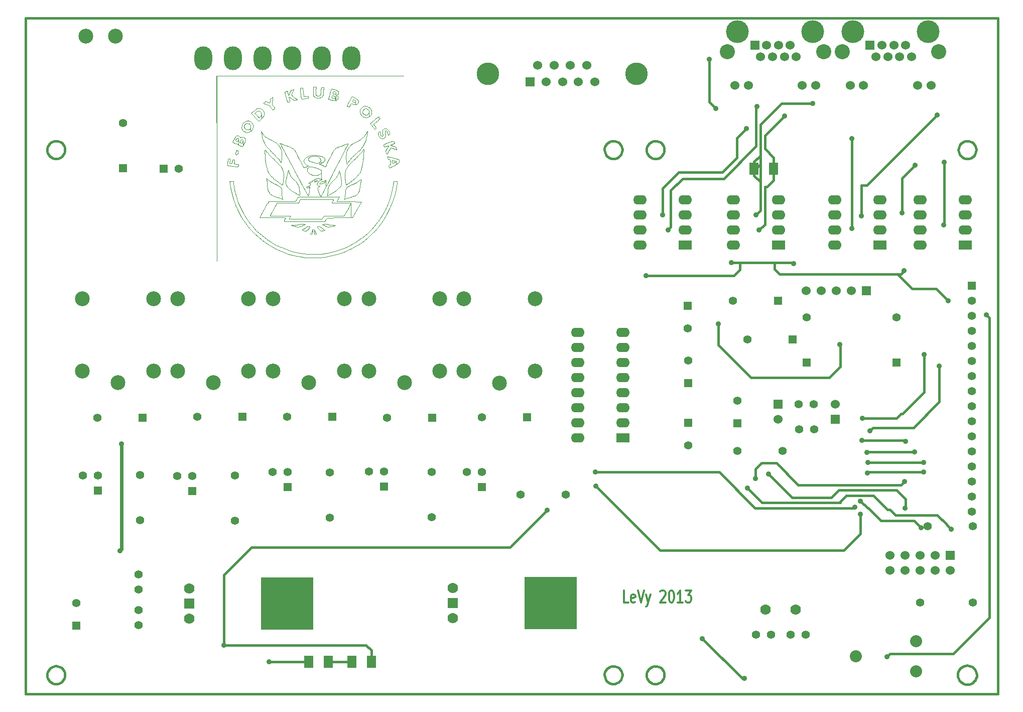
<source format=gtl>
G04 (created by PCBNEW-RS274X (2010-05-05 BZR 2356)-stable) date 2013-08-19 11:46:26*
G01*
G70*
G90*
%MOIN*%
G04 Gerber Fmt 3.4, Leading zero omitted, Abs format*
%FSLAX34Y34*%
G04 APERTURE LIST*
%ADD10C,0.006000*%
%ADD11C,0.012000*%
%ADD12C,0.015000*%
%ADD13C,0.000100*%
%ADD14R,0.055000X0.055000*%
%ADD15C,0.055000*%
%ADD16O,0.118100X0.157500*%
%ADD17C,0.150000*%
%ADD18R,0.060000X0.060000*%
%ADD19C,0.060000*%
%ADD20R,0.090000X0.062000*%
%ADD21O,0.090000X0.062000*%
%ADD22C,0.070000*%
%ADD23R,0.350000X0.350000*%
%ADD24R,0.070000X0.070000*%
%ADD25C,0.098400*%
%ADD26C,0.151600*%
%ADD27C,0.100000*%
%ADD28C,0.080000*%
%ADD29R,0.060000X0.080000*%
%ADD30C,0.035000*%
%ADD31C,0.023600*%
%ADD32C,0.015700*%
G04 APERTURE END LIST*
G54D10*
G54D11*
X67364Y-56210D02*
X67078Y-56210D01*
X67078Y-55410D01*
X67792Y-56172D02*
X67735Y-56210D01*
X67621Y-56210D01*
X67564Y-56172D01*
X67535Y-56096D01*
X67535Y-55791D01*
X67564Y-55715D01*
X67621Y-55676D01*
X67735Y-55676D01*
X67792Y-55715D01*
X67821Y-55791D01*
X67821Y-55867D01*
X67535Y-55943D01*
X67992Y-55410D02*
X68192Y-56210D01*
X68392Y-55410D01*
X68535Y-55676D02*
X68678Y-56210D01*
X68820Y-55676D02*
X68678Y-56210D01*
X68620Y-56400D01*
X68592Y-56438D01*
X68535Y-56476D01*
X69477Y-55486D02*
X69506Y-55448D01*
X69563Y-55410D01*
X69706Y-55410D01*
X69763Y-55448D01*
X69792Y-55486D01*
X69820Y-55562D01*
X69820Y-55638D01*
X69792Y-55753D01*
X69449Y-56210D01*
X69820Y-56210D01*
X70191Y-55410D02*
X70248Y-55410D01*
X70305Y-55448D01*
X70334Y-55486D01*
X70363Y-55562D01*
X70391Y-55715D01*
X70391Y-55905D01*
X70363Y-56057D01*
X70334Y-56134D01*
X70305Y-56172D01*
X70248Y-56210D01*
X70191Y-56210D01*
X70134Y-56172D01*
X70105Y-56134D01*
X70077Y-56057D01*
X70048Y-55905D01*
X70048Y-55715D01*
X70077Y-55562D01*
X70105Y-55486D01*
X70134Y-55448D01*
X70191Y-55410D01*
X70962Y-56210D02*
X70619Y-56210D01*
X70791Y-56210D02*
X70791Y-55410D01*
X70734Y-55524D01*
X70676Y-55600D01*
X70619Y-55638D01*
X71162Y-55410D02*
X71533Y-55410D01*
X71333Y-55715D01*
X71419Y-55715D01*
X71476Y-55753D01*
X71505Y-55791D01*
X71533Y-55867D01*
X71533Y-56057D01*
X71505Y-56134D01*
X71476Y-56172D01*
X71419Y-56210D01*
X71247Y-56210D01*
X71190Y-56172D01*
X71162Y-56134D01*
G54D12*
X90492Y-61024D02*
X90480Y-61146D01*
X90444Y-61264D01*
X90386Y-61372D01*
X90309Y-61467D01*
X90214Y-61546D01*
X90106Y-61604D01*
X89988Y-61641D01*
X89866Y-61653D01*
X89744Y-61642D01*
X89626Y-61608D01*
X89518Y-61551D01*
X89422Y-61474D01*
X89343Y-61379D01*
X89283Y-61272D01*
X89246Y-61154D01*
X89233Y-61032D01*
X89243Y-60911D01*
X89277Y-60793D01*
X89333Y-60683D01*
X89409Y-60587D01*
X89503Y-60507D01*
X89610Y-60447D01*
X89727Y-60409D01*
X89849Y-60395D01*
X89971Y-60404D01*
X90089Y-60437D01*
X90199Y-60493D01*
X90296Y-60568D01*
X90376Y-60661D01*
X90437Y-60768D01*
X90476Y-60885D01*
X90491Y-61007D01*
X90492Y-61024D01*
X69744Y-61024D02*
X69732Y-61138D01*
X69699Y-61248D01*
X69645Y-61350D01*
X69572Y-61439D01*
X69483Y-61513D01*
X69382Y-61567D01*
X69272Y-61601D01*
X69158Y-61613D01*
X69044Y-61603D01*
X68933Y-61571D01*
X68831Y-61517D01*
X68742Y-61445D01*
X68668Y-61357D01*
X68612Y-61256D01*
X68577Y-61146D01*
X68565Y-61032D01*
X68574Y-60918D01*
X68606Y-60807D01*
X68659Y-60705D01*
X68730Y-60615D01*
X68818Y-60540D01*
X68918Y-60484D01*
X69028Y-60448D01*
X69142Y-60435D01*
X69256Y-60443D01*
X69367Y-60474D01*
X69470Y-60526D01*
X69560Y-60597D01*
X69636Y-60684D01*
X69692Y-60785D01*
X69729Y-60894D01*
X69743Y-61008D01*
X69744Y-61024D01*
X66948Y-61024D02*
X66936Y-61138D01*
X66903Y-61248D01*
X66849Y-61350D01*
X66776Y-61439D01*
X66687Y-61513D01*
X66586Y-61567D01*
X66476Y-61601D01*
X66362Y-61613D01*
X66248Y-61603D01*
X66137Y-61571D01*
X66035Y-61517D01*
X65946Y-61445D01*
X65872Y-61357D01*
X65816Y-61256D01*
X65781Y-61146D01*
X65769Y-61032D01*
X65778Y-60918D01*
X65810Y-60807D01*
X65863Y-60705D01*
X65934Y-60615D01*
X66022Y-60540D01*
X66122Y-60484D01*
X66232Y-60448D01*
X66346Y-60435D01*
X66460Y-60443D01*
X66571Y-60474D01*
X66674Y-60526D01*
X66764Y-60597D01*
X66840Y-60684D01*
X66896Y-60785D01*
X66933Y-60894D01*
X66947Y-61008D01*
X66948Y-61024D01*
X29941Y-61024D02*
X29929Y-61138D01*
X29896Y-61249D01*
X29842Y-61351D01*
X29769Y-61440D01*
X29680Y-61513D01*
X29579Y-61568D01*
X29468Y-61602D01*
X29354Y-61614D01*
X29240Y-61604D01*
X29129Y-61571D01*
X29027Y-61518D01*
X28937Y-61446D01*
X28863Y-61357D01*
X28807Y-61256D01*
X28772Y-61146D01*
X28760Y-61032D01*
X28769Y-60918D01*
X28801Y-60807D01*
X28854Y-60704D01*
X28925Y-60614D01*
X29013Y-60539D01*
X29114Y-60483D01*
X29224Y-60447D01*
X29338Y-60434D01*
X29452Y-60442D01*
X29563Y-60473D01*
X29666Y-60526D01*
X29757Y-60597D01*
X29832Y-60684D01*
X29889Y-60784D01*
X29926Y-60894D01*
X29940Y-61008D01*
X29941Y-61024D01*
X90452Y-26161D02*
X90440Y-26275D01*
X90407Y-26385D01*
X90353Y-26487D01*
X90280Y-26576D01*
X90191Y-26650D01*
X90090Y-26704D01*
X89980Y-26738D01*
X89866Y-26750D01*
X89752Y-26740D01*
X89641Y-26708D01*
X89539Y-26654D01*
X89450Y-26582D01*
X89376Y-26494D01*
X89320Y-26393D01*
X89285Y-26283D01*
X89273Y-26169D01*
X89282Y-26055D01*
X89314Y-25944D01*
X89367Y-25842D01*
X89438Y-25752D01*
X89526Y-25677D01*
X89626Y-25621D01*
X89736Y-25585D01*
X89850Y-25572D01*
X89964Y-25580D01*
X90075Y-25611D01*
X90178Y-25663D01*
X90268Y-25734D01*
X90344Y-25821D01*
X90400Y-25922D01*
X90437Y-26031D01*
X90451Y-26145D01*
X90452Y-26161D01*
X69744Y-26161D02*
X69732Y-26275D01*
X69699Y-26386D01*
X69645Y-26488D01*
X69572Y-26577D01*
X69483Y-26650D01*
X69382Y-26705D01*
X69271Y-26739D01*
X69157Y-26751D01*
X69043Y-26741D01*
X68932Y-26708D01*
X68830Y-26655D01*
X68740Y-26583D01*
X68666Y-26494D01*
X68610Y-26393D01*
X68575Y-26283D01*
X68563Y-26169D01*
X68572Y-26055D01*
X68604Y-25944D01*
X68657Y-25841D01*
X68728Y-25751D01*
X68816Y-25676D01*
X68917Y-25620D01*
X69027Y-25584D01*
X69141Y-25571D01*
X69255Y-25579D01*
X69366Y-25610D01*
X69469Y-25663D01*
X69560Y-25734D01*
X69635Y-25821D01*
X69692Y-25921D01*
X69729Y-26031D01*
X69743Y-26145D01*
X69744Y-26161D01*
X66948Y-26161D02*
X66936Y-26275D01*
X66903Y-26385D01*
X66849Y-26487D01*
X66776Y-26576D01*
X66687Y-26650D01*
X66586Y-26704D01*
X66476Y-26738D01*
X66362Y-26750D01*
X66248Y-26740D01*
X66137Y-26708D01*
X66035Y-26654D01*
X65946Y-26582D01*
X65872Y-26494D01*
X65816Y-26393D01*
X65781Y-26283D01*
X65769Y-26169D01*
X65778Y-26055D01*
X65810Y-25944D01*
X65863Y-25842D01*
X65934Y-25752D01*
X66022Y-25677D01*
X66122Y-25621D01*
X66232Y-25585D01*
X66346Y-25572D01*
X66460Y-25580D01*
X66571Y-25611D01*
X66674Y-25663D01*
X66764Y-25734D01*
X66840Y-25821D01*
X66896Y-25922D01*
X66933Y-26031D01*
X66947Y-26145D01*
X66948Y-26161D01*
X29941Y-26161D02*
X29929Y-26275D01*
X29896Y-26386D01*
X29842Y-26488D01*
X29769Y-26577D01*
X29680Y-26650D01*
X29579Y-26705D01*
X29468Y-26739D01*
X29354Y-26751D01*
X29240Y-26741D01*
X29129Y-26708D01*
X29027Y-26655D01*
X28937Y-26583D01*
X28863Y-26494D01*
X28807Y-26393D01*
X28772Y-26283D01*
X28760Y-26169D01*
X28769Y-26055D01*
X28801Y-25944D01*
X28854Y-25841D01*
X28925Y-25751D01*
X29013Y-25676D01*
X29114Y-25620D01*
X29224Y-25584D01*
X29338Y-25571D01*
X29452Y-25579D01*
X29563Y-25610D01*
X29666Y-25663D01*
X29757Y-25734D01*
X29832Y-25821D01*
X29889Y-25921D01*
X29926Y-26031D01*
X29940Y-26145D01*
X29941Y-26161D01*
X27323Y-17402D02*
X27323Y-62283D01*
X91890Y-17402D02*
X27323Y-17402D01*
X91890Y-62283D02*
X91890Y-17402D01*
X27323Y-62283D02*
X91890Y-62283D01*
G54D13*
X52419Y-21256D02*
X46223Y-21260D01*
X40028Y-21265D01*
X40023Y-27416D01*
X40019Y-33566D01*
X40014Y-27406D01*
X40010Y-21247D01*
X46215Y-21252D01*
X52419Y-21256D01*
X52419Y-21256D01*
X51996Y-28235D02*
X51985Y-28339D01*
X51917Y-28789D01*
X51815Y-29228D01*
X51679Y-29654D01*
X51509Y-30066D01*
X51307Y-30464D01*
X51072Y-30847D01*
X50804Y-31215D01*
X50799Y-31221D01*
X50722Y-31313D01*
X50625Y-31422D01*
X50515Y-31541D01*
X50396Y-31663D01*
X50278Y-31782D01*
X50165Y-31890D01*
X50065Y-31982D01*
X50015Y-32025D01*
X49656Y-32301D01*
X49279Y-32546D01*
X48886Y-32759D01*
X48479Y-32939D01*
X48058Y-33086D01*
X47626Y-33200D01*
X47183Y-33279D01*
X47061Y-33294D01*
X46955Y-33303D01*
X46822Y-33311D01*
X46670Y-33315D01*
X46508Y-33318D01*
X46343Y-33319D01*
X46185Y-33317D01*
X46042Y-33313D01*
X45921Y-33306D01*
X45869Y-33301D01*
X45601Y-33265D01*
X45322Y-33213D01*
X45041Y-33148D01*
X44768Y-33072D01*
X44515Y-32987D01*
X44372Y-32932D01*
X43954Y-32740D01*
X43558Y-32520D01*
X43183Y-32272D01*
X42832Y-31997D01*
X42504Y-31695D01*
X42202Y-31370D01*
X41927Y-31020D01*
X41678Y-30647D01*
X41457Y-30251D01*
X41427Y-30190D01*
X41263Y-29824D01*
X41128Y-29448D01*
X41019Y-29056D01*
X40936Y-28645D01*
X40890Y-28321D01*
X40879Y-28235D01*
X40997Y-28235D01*
X41057Y-28237D01*
X41099Y-28242D01*
X41114Y-28248D01*
X41117Y-28286D01*
X41126Y-28352D01*
X41140Y-28439D01*
X41156Y-28539D01*
X41174Y-28646D01*
X41192Y-28750D01*
X41210Y-28845D01*
X41227Y-28925D01*
X41231Y-28944D01*
X41322Y-29288D01*
X41441Y-29635D01*
X41585Y-29977D01*
X41749Y-30306D01*
X41930Y-30613D01*
X42018Y-30746D01*
X42146Y-30924D01*
X42264Y-31081D01*
X42382Y-31223D01*
X42505Y-31360D01*
X42642Y-31503D01*
X42678Y-31539D01*
X42992Y-31828D01*
X43319Y-32085D01*
X43664Y-32313D01*
X44002Y-32501D01*
X44348Y-32665D01*
X44686Y-32800D01*
X45026Y-32907D01*
X45373Y-32989D01*
X45737Y-33047D01*
X46123Y-33085D01*
X46143Y-33086D01*
X46553Y-33096D01*
X46966Y-33071D01*
X47379Y-33011D01*
X47788Y-32920D01*
X48191Y-32796D01*
X48584Y-32642D01*
X48962Y-32457D01*
X49324Y-32244D01*
X49342Y-32233D01*
X49687Y-31986D01*
X50017Y-31709D01*
X50326Y-31407D01*
X50609Y-31083D01*
X50838Y-30778D01*
X51065Y-30420D01*
X51263Y-30042D01*
X51431Y-29648D01*
X51568Y-29240D01*
X51671Y-28822D01*
X51725Y-28511D01*
X51765Y-28235D01*
X51880Y-28235D01*
X51996Y-28235D01*
X51996Y-28235D01*
X46399Y-31430D02*
X46389Y-31556D01*
X46382Y-31641D01*
X46374Y-31695D01*
X46361Y-31728D01*
X46341Y-31742D01*
X46310Y-31746D01*
X46290Y-31747D01*
X46245Y-31744D01*
X46221Y-31739D01*
X46219Y-31737D01*
X46230Y-31719D01*
X46260Y-31686D01*
X46281Y-31665D01*
X46325Y-31608D01*
X46362Y-31539D01*
X46371Y-31516D01*
X46399Y-31430D01*
X46399Y-31430D01*
X46637Y-31735D02*
X46607Y-31744D01*
X46560Y-31747D01*
X46490Y-31747D01*
X46492Y-31606D01*
X46494Y-31466D01*
X46520Y-31551D01*
X46550Y-31618D01*
X46590Y-31672D01*
X46599Y-31680D01*
X46633Y-31714D01*
X46637Y-31735D01*
X46637Y-31735D01*
X46201Y-31268D02*
X46190Y-31291D01*
X46162Y-31333D01*
X46124Y-31386D01*
X46082Y-31440D01*
X46042Y-31488D01*
X46012Y-31521D01*
X46001Y-31529D01*
X45941Y-31545D01*
X45862Y-31541D01*
X45774Y-31518D01*
X45771Y-31517D01*
X45725Y-31498D01*
X45698Y-31483D01*
X45694Y-31478D01*
X45708Y-31463D01*
X45745Y-31438D01*
X45769Y-31423D01*
X45828Y-31386D01*
X45895Y-31340D01*
X45924Y-31319D01*
X45979Y-31282D01*
X46028Y-31263D01*
X46089Y-31258D01*
X46103Y-31258D01*
X46156Y-31259D01*
X46192Y-31264D01*
X46201Y-31268D01*
X46201Y-31268D01*
X47192Y-31484D02*
X47185Y-31496D01*
X47151Y-31511D01*
X47073Y-31534D01*
X46995Y-31543D01*
X46928Y-31536D01*
X46894Y-31521D01*
X46867Y-31496D01*
X46829Y-31453D01*
X46785Y-31402D01*
X46744Y-31349D01*
X46710Y-31304D01*
X46691Y-31274D01*
X46690Y-31268D01*
X46706Y-31260D01*
X46746Y-31257D01*
X46799Y-31259D01*
X46853Y-31264D01*
X46897Y-31273D01*
X46912Y-31279D01*
X46947Y-31301D01*
X46998Y-31338D01*
X47045Y-31374D01*
X47099Y-31416D01*
X47145Y-31451D01*
X47171Y-31468D01*
X47192Y-31484D01*
X47192Y-31484D01*
X45902Y-31129D02*
X45851Y-31130D01*
X45809Y-31140D01*
X45751Y-31165D01*
X45689Y-31199D01*
X45624Y-31236D01*
X45572Y-31257D01*
X45513Y-31266D01*
X45451Y-31270D01*
X45381Y-31270D01*
X45321Y-31268D01*
X45283Y-31264D01*
X45248Y-31253D01*
X45191Y-31233D01*
X45122Y-31208D01*
X45112Y-31203D01*
X44979Y-31151D01*
X45179Y-31150D01*
X45280Y-31148D01*
X45357Y-31142D01*
X45423Y-31130D01*
X45491Y-31110D01*
X45512Y-31103D01*
X45613Y-31075D01*
X45700Y-31069D01*
X45790Y-31087D01*
X45857Y-31111D01*
X45902Y-31129D01*
X45902Y-31129D01*
X47893Y-31174D02*
X47757Y-31218D01*
X47663Y-31243D01*
X47562Y-31260D01*
X47464Y-31270D01*
X47379Y-31269D01*
X47323Y-31260D01*
X47283Y-31242D01*
X47227Y-31212D01*
X47188Y-31188D01*
X47131Y-31156D01*
X47079Y-31136D01*
X47053Y-31130D01*
X47023Y-31129D01*
X47023Y-31123D01*
X47055Y-31108D01*
X47061Y-31106D01*
X47155Y-31075D01*
X47246Y-31069D01*
X47346Y-31087D01*
X47400Y-31105D01*
X47540Y-31142D01*
X47704Y-31162D01*
X47712Y-31162D01*
X47893Y-31174D01*
X47893Y-31174D01*
X49618Y-29601D02*
X49331Y-30127D01*
X49045Y-30651D01*
X48934Y-30652D01*
X48934Y-29693D01*
X48917Y-29691D01*
X48867Y-29689D01*
X48790Y-29687D01*
X48688Y-29685D01*
X48567Y-29684D01*
X48429Y-29683D01*
X48292Y-29683D01*
X48143Y-29682D01*
X48007Y-29682D01*
X47887Y-29681D01*
X47787Y-29679D01*
X47711Y-29677D01*
X47664Y-29675D01*
X47649Y-29674D01*
X47658Y-29654D01*
X47680Y-29615D01*
X47691Y-29597D01*
X47723Y-29544D01*
X47750Y-29498D01*
X47755Y-29488D01*
X47777Y-29448D01*
X46675Y-29448D01*
X45574Y-29448D01*
X45511Y-29561D01*
X45449Y-29674D01*
X44727Y-29683D01*
X44006Y-29692D01*
X43953Y-29791D01*
X43928Y-29839D01*
X43889Y-29912D01*
X43840Y-30002D01*
X43786Y-30103D01*
X43730Y-30209D01*
X43729Y-30210D01*
X43677Y-30307D01*
X43631Y-30394D01*
X43594Y-30465D01*
X43569Y-30515D01*
X43558Y-30539D01*
X43558Y-30540D01*
X43575Y-30543D01*
X43625Y-30545D01*
X43703Y-30547D01*
X43805Y-30549D01*
X43928Y-30550D01*
X44067Y-30551D01*
X44219Y-30552D01*
X44237Y-30552D01*
X44389Y-30552D01*
X44530Y-30553D01*
X44655Y-30554D01*
X44760Y-30557D01*
X44841Y-30559D01*
X44894Y-30562D01*
X44915Y-30565D01*
X44916Y-30565D01*
X44906Y-30588D01*
X44884Y-30628D01*
X44870Y-30651D01*
X44844Y-30697D01*
X44828Y-30729D01*
X44825Y-30738D01*
X44843Y-30740D01*
X44894Y-30742D01*
X44974Y-30744D01*
X45082Y-30746D01*
X45213Y-30748D01*
X45365Y-30749D01*
X45534Y-30750D01*
X45717Y-30751D01*
X45912Y-30751D01*
X45919Y-30751D01*
X47013Y-30751D01*
X47070Y-30651D01*
X47126Y-30552D01*
X47801Y-30552D01*
X48475Y-30552D01*
X48635Y-30257D01*
X48716Y-30108D01*
X48782Y-29987D01*
X48833Y-29891D01*
X48872Y-29819D01*
X48900Y-29766D01*
X48919Y-29730D01*
X48929Y-29708D01*
X48934Y-29696D01*
X48934Y-29693D01*
X48934Y-30652D01*
X48198Y-30660D01*
X47352Y-30670D01*
X47279Y-30792D01*
X47206Y-30914D01*
X45843Y-30914D01*
X45625Y-30913D01*
X45417Y-30913D01*
X45223Y-30913D01*
X45045Y-30912D01*
X44887Y-30911D01*
X44750Y-30910D01*
X44639Y-30909D01*
X44555Y-30907D01*
X44502Y-30906D01*
X44481Y-30904D01*
X44489Y-30884D01*
X44508Y-30842D01*
X44535Y-30787D01*
X44563Y-30731D01*
X44583Y-30689D01*
X44590Y-30670D01*
X44572Y-30668D01*
X44522Y-30666D01*
X44443Y-30665D01*
X44338Y-30663D01*
X44210Y-30662D01*
X44065Y-30661D01*
X43904Y-30660D01*
X43731Y-30660D01*
X43729Y-30660D01*
X42869Y-30660D01*
X42962Y-30484D01*
X43001Y-30411D01*
X43035Y-30349D01*
X43059Y-30305D01*
X43069Y-30289D01*
X43082Y-30267D01*
X43108Y-30219D01*
X43144Y-30153D01*
X43185Y-30073D01*
X43196Y-30054D01*
X43246Y-29960D01*
X43297Y-29864D01*
X43344Y-29778D01*
X43380Y-29714D01*
X43451Y-29592D01*
X44344Y-29592D01*
X45238Y-29592D01*
X45324Y-29438D01*
X45411Y-29285D01*
X46785Y-29285D01*
X48158Y-29285D01*
X48100Y-29389D01*
X48065Y-29449D01*
X48034Y-29500D01*
X48017Y-29529D01*
X47998Y-29562D01*
X47993Y-29578D01*
X48010Y-29581D01*
X48060Y-29584D01*
X48140Y-29587D01*
X48244Y-29589D01*
X48370Y-29592D01*
X48514Y-29594D01*
X48673Y-29595D01*
X48806Y-29597D01*
X49618Y-29601D01*
X49618Y-29601D01*
X44384Y-29440D02*
X44368Y-29434D01*
X44330Y-29415D01*
X44300Y-29400D01*
X44248Y-29378D01*
X44173Y-29350D01*
X44085Y-29321D01*
X44020Y-29302D01*
X43871Y-29255D01*
X43753Y-29210D01*
X43661Y-29161D01*
X43588Y-29106D01*
X43530Y-29040D01*
X43493Y-28985D01*
X43459Y-28921D01*
X43432Y-28856D01*
X43411Y-28782D01*
X43394Y-28692D01*
X43379Y-28578D01*
X43367Y-28463D01*
X43358Y-28360D01*
X43348Y-28266D01*
X43340Y-28188D01*
X43334Y-28135D01*
X43331Y-28118D01*
X43322Y-28065D01*
X43363Y-28102D01*
X43447Y-28169D01*
X43559Y-28245D01*
X43693Y-28326D01*
X43841Y-28408D01*
X43875Y-28425D01*
X43990Y-28485D01*
X44078Y-28532D01*
X44143Y-28569D01*
X44190Y-28599D01*
X44225Y-28626D01*
X44252Y-28652D01*
X44275Y-28681D01*
X44283Y-28692D01*
X44306Y-28724D01*
X44321Y-28754D01*
X44330Y-28788D01*
X44334Y-28836D01*
X44336Y-28906D01*
X44337Y-28984D01*
X44339Y-29084D01*
X44345Y-29183D01*
X44353Y-29270D01*
X44362Y-29321D01*
X44374Y-29380D01*
X44382Y-29423D01*
X44384Y-29440D01*
X44384Y-29440D01*
X49595Y-28149D02*
X49591Y-28200D01*
X49582Y-28272D01*
X49571Y-28361D01*
X49557Y-28457D01*
X49542Y-28557D01*
X49526Y-28652D01*
X49512Y-28736D01*
X49499Y-28803D01*
X49489Y-28845D01*
X49487Y-28849D01*
X49426Y-28984D01*
X49350Y-29091D01*
X49252Y-29173D01*
X49182Y-29215D01*
X49137Y-29233D01*
X49066Y-29257D01*
X48979Y-29283D01*
X48883Y-29309D01*
X48870Y-29313D01*
X48774Y-29338D01*
X48683Y-29365D01*
X48608Y-29390D01*
X48557Y-29410D01*
X48553Y-29412D01*
X48507Y-29434D01*
X48487Y-29440D01*
X48486Y-29429D01*
X48490Y-29417D01*
X48510Y-29362D01*
X48525Y-29307D01*
X48536Y-29241D01*
X48544Y-29158D01*
X48550Y-29049D01*
X48551Y-29027D01*
X48557Y-28927D01*
X48562Y-28856D01*
X48569Y-28806D01*
X48580Y-28768D01*
X48595Y-28737D01*
X48617Y-28705D01*
X48619Y-28702D01*
X48650Y-28664D01*
X48692Y-28627D01*
X48749Y-28589D01*
X48825Y-28547D01*
X48925Y-28499D01*
X49054Y-28441D01*
X49067Y-28435D01*
X49193Y-28375D01*
X49321Y-28306D01*
X49438Y-28233D01*
X49519Y-28175D01*
X49560Y-28145D01*
X49588Y-28129D01*
X49594Y-28128D01*
X49595Y-28149D01*
X49595Y-28149D01*
X48745Y-25736D02*
X48740Y-25752D01*
X48722Y-25793D01*
X48692Y-25854D01*
X48653Y-25931D01*
X48639Y-25959D01*
X48540Y-26146D01*
X48451Y-26317D01*
X48366Y-26481D01*
X48280Y-26648D01*
X48188Y-26827D01*
X48092Y-27013D01*
X48034Y-27126D01*
X47981Y-27229D01*
X47935Y-27317D01*
X47899Y-27386D01*
X47875Y-27431D01*
X47866Y-27447D01*
X47855Y-27467D01*
X47829Y-27516D01*
X47792Y-27588D01*
X47743Y-27681D01*
X47687Y-27789D01*
X47625Y-27910D01*
X47593Y-27972D01*
X47524Y-28109D01*
X47454Y-28245D01*
X47387Y-28375D01*
X47326Y-28492D01*
X47275Y-28591D01*
X47266Y-28608D01*
X47266Y-28155D01*
X47261Y-28150D01*
X47238Y-28169D01*
X47211Y-28194D01*
X47159Y-28235D01*
X47107Y-28251D01*
X47081Y-28253D01*
X47016Y-28261D01*
X46955Y-28280D01*
X46953Y-28281D01*
X46915Y-28303D01*
X46885Y-28335D01*
X46855Y-28387D01*
X46838Y-28420D01*
X46843Y-28432D01*
X46870Y-28430D01*
X46909Y-28415D01*
X46947Y-28401D01*
X47005Y-28387D01*
X47046Y-28379D01*
X47125Y-28361D01*
X47181Y-28331D01*
X47219Y-28283D01*
X47250Y-28209D01*
X47259Y-28180D01*
X47266Y-28155D01*
X47266Y-28608D01*
X47236Y-28666D01*
X47230Y-28678D01*
X47176Y-28780D01*
X47117Y-28893D01*
X47061Y-29002D01*
X47029Y-29063D01*
X46991Y-29136D01*
X46959Y-29195D01*
X46935Y-29235D01*
X46925Y-29248D01*
X46910Y-29234D01*
X46885Y-29200D01*
X46877Y-29188D01*
X46855Y-29146D01*
X46828Y-29080D01*
X46797Y-28998D01*
X46770Y-28917D01*
X46738Y-28809D01*
X46719Y-28730D01*
X46714Y-28674D01*
X46725Y-28638D01*
X46750Y-28616D01*
X46789Y-28604D01*
X46831Y-28593D01*
X46852Y-28580D01*
X46853Y-28578D01*
X46836Y-28560D01*
X46799Y-28546D01*
X46763Y-28542D01*
X46721Y-28527D01*
X46687Y-28488D01*
X46671Y-28439D01*
X46671Y-28435D01*
X46680Y-28396D01*
X46702Y-28342D01*
X46721Y-28305D01*
X46753Y-28253D01*
X46784Y-28222D01*
X46828Y-28201D01*
X46875Y-28187D01*
X46933Y-28169D01*
X46974Y-28152D01*
X46989Y-28142D01*
X46986Y-28120D01*
X46979Y-28116D01*
X46979Y-27629D01*
X46972Y-27562D01*
X46947Y-27513D01*
X46897Y-27472D01*
X46852Y-27447D01*
X46767Y-27407D01*
X46682Y-27375D01*
X46583Y-27347D01*
X46462Y-27319D01*
X46427Y-27311D01*
X46323Y-27291D01*
X46247Y-27279D01*
X46192Y-27278D01*
X46151Y-27286D01*
X46117Y-27305D01*
X46084Y-27335D01*
X46082Y-27337D01*
X46041Y-27384D01*
X46023Y-27429D01*
X46020Y-27475D01*
X46037Y-27569D01*
X46084Y-27658D01*
X46156Y-27738D01*
X46247Y-27800D01*
X46316Y-27829D01*
X46394Y-27844D01*
X46494Y-27852D01*
X46601Y-27851D01*
X46702Y-27842D01*
X46775Y-27827D01*
X46869Y-27788D01*
X46936Y-27734D01*
X46973Y-27670D01*
X46979Y-27629D01*
X46979Y-28116D01*
X46954Y-28101D01*
X46900Y-28084D01*
X46833Y-28072D01*
X46758Y-28064D01*
X46683Y-28063D01*
X46616Y-28071D01*
X46591Y-28077D01*
X46536Y-28103D01*
X46471Y-28147D01*
X46430Y-28183D01*
X46373Y-28234D01*
X46325Y-28268D01*
X46269Y-28293D01*
X46193Y-28318D01*
X46151Y-28338D01*
X46133Y-28359D01*
X46141Y-28375D01*
X46167Y-28380D01*
X46222Y-28387D01*
X46244Y-28410D01*
X46237Y-28451D01*
X46231Y-28464D01*
X46199Y-28508D01*
X46152Y-28541D01*
X46081Y-28568D01*
X46041Y-28579D01*
X45992Y-28594D01*
X45971Y-28612D01*
X45969Y-28639D01*
X45978Y-28665D01*
X46005Y-28674D01*
X46038Y-28673D01*
X46095Y-28661D01*
X46144Y-28639D01*
X46188Y-28610D01*
X46177Y-28753D01*
X46166Y-28860D01*
X46153Y-28964D01*
X46138Y-29059D01*
X46123Y-29136D01*
X46109Y-29190D01*
X46098Y-29213D01*
X46091Y-29209D01*
X46077Y-29189D01*
X46053Y-29153D01*
X46021Y-29099D01*
X45979Y-29025D01*
X45926Y-28931D01*
X45863Y-28816D01*
X45787Y-28677D01*
X45699Y-28514D01*
X45599Y-28326D01*
X45484Y-28111D01*
X45355Y-27868D01*
X45211Y-27596D01*
X45051Y-27294D01*
X44964Y-27130D01*
X44919Y-27045D01*
X44869Y-26951D01*
X44825Y-26869D01*
X44825Y-26868D01*
X44784Y-26791D01*
X44734Y-26698D01*
X44686Y-26608D01*
X44676Y-26587D01*
X44576Y-26398D01*
X44487Y-26230D01*
X44410Y-26085D01*
X44345Y-25963D01*
X44294Y-25868D01*
X44258Y-25800D01*
X44237Y-25763D01*
X44234Y-25759D01*
X44209Y-25718D01*
X44304Y-25757D01*
X44357Y-25777D01*
X44434Y-25806D01*
X44526Y-25841D01*
X44624Y-25877D01*
X44644Y-25884D01*
X44747Y-25923D01*
X44850Y-25965D01*
X44944Y-26005D01*
X45017Y-26038D01*
X45024Y-26041D01*
X45094Y-26077D01*
X45140Y-26109D01*
X45172Y-26143D01*
X45201Y-26188D01*
X45206Y-26198D01*
X45234Y-26252D01*
X45274Y-26329D01*
X45323Y-26425D01*
X45379Y-26534D01*
X45439Y-26650D01*
X45500Y-26769D01*
X45560Y-26886D01*
X45617Y-26996D01*
X45667Y-27094D01*
X45707Y-27173D01*
X45737Y-27231D01*
X45751Y-27260D01*
X45781Y-27313D01*
X45808Y-27337D01*
X45843Y-27334D01*
X45888Y-27314D01*
X45951Y-27286D01*
X46022Y-27261D01*
X46038Y-27256D01*
X46120Y-27234D01*
X46058Y-27208D01*
X45957Y-27153D01*
X45880Y-27083D01*
X45828Y-27003D01*
X45804Y-26919D01*
X45809Y-26836D01*
X45847Y-26758D01*
X45849Y-26756D01*
X45933Y-26672D01*
X46043Y-26607D01*
X46181Y-26560D01*
X46349Y-26531D01*
X46464Y-26521D01*
X46638Y-26521D01*
X46797Y-26539D01*
X46938Y-26575D01*
X47057Y-26627D01*
X47148Y-26694D01*
X47168Y-26717D01*
X47204Y-26781D01*
X47204Y-26848D01*
X47168Y-26913D01*
X47156Y-26926D01*
X47118Y-26957D01*
X47061Y-26994D01*
X46995Y-27029D01*
X46932Y-27058D01*
X46925Y-27060D01*
X46925Y-26858D01*
X46911Y-26799D01*
X46874Y-26733D01*
X46831Y-26683D01*
X46757Y-26632D01*
X46664Y-26598D01*
X46561Y-26580D01*
X46452Y-26577D01*
X46348Y-26588D01*
X46253Y-26615D01*
X46176Y-26655D01*
X46123Y-26708D01*
X46111Y-26731D01*
X46098Y-26780D01*
X46101Y-26821D01*
X46134Y-26870D01*
X46202Y-26916D01*
X46301Y-26959D01*
X46430Y-26997D01*
X46536Y-27021D01*
X46638Y-27038D01*
X46714Y-27041D01*
X46772Y-27029D01*
X46821Y-27001D01*
X46866Y-26959D01*
X46901Y-26913D01*
X46922Y-26872D01*
X46925Y-26858D01*
X46925Y-27060D01*
X46883Y-27074D01*
X46868Y-27076D01*
X46835Y-27085D01*
X46826Y-27094D01*
X46831Y-27108D01*
X46852Y-27113D01*
X46901Y-27121D01*
X46968Y-27145D01*
X47042Y-27177D01*
X47109Y-27213D01*
X47158Y-27247D01*
X47164Y-27252D01*
X47198Y-27280D01*
X47218Y-27292D01*
X47221Y-27292D01*
X47231Y-27274D01*
X47256Y-27227D01*
X47294Y-27152D01*
X47345Y-27054D01*
X47407Y-26934D01*
X47478Y-26795D01*
X47557Y-26640D01*
X47643Y-26472D01*
X47734Y-26293D01*
X47746Y-26269D01*
X47787Y-26192D01*
X47819Y-26139D01*
X47849Y-26105D01*
X47882Y-26080D01*
X47908Y-26066D01*
X48013Y-26017D01*
X48142Y-25962D01*
X48286Y-25906D01*
X48428Y-25855D01*
X48509Y-25825D01*
X48586Y-25797D01*
X48646Y-25774D01*
X48667Y-25765D01*
X48712Y-25747D01*
X48741Y-25737D01*
X48745Y-25736D01*
X48745Y-25736D01*
X48300Y-28309D02*
X48292Y-28415D01*
X48266Y-28511D01*
X48217Y-28601D01*
X48145Y-28688D01*
X48045Y-28778D01*
X47915Y-28874D01*
X47858Y-28912D01*
X47770Y-28969D01*
X47680Y-29026D01*
X47592Y-29081D01*
X47513Y-29131D01*
X47445Y-29171D01*
X47397Y-29200D01*
X47373Y-29212D01*
X47371Y-29212D01*
X47369Y-29196D01*
X47370Y-29154D01*
X47372Y-29117D01*
X47383Y-28976D01*
X47393Y-28866D01*
X47402Y-28780D01*
X47413Y-28714D01*
X47424Y-28661D01*
X47438Y-28617D01*
X47455Y-28575D01*
X47470Y-28545D01*
X47508Y-28478D01*
X47562Y-28404D01*
X47636Y-28318D01*
X47722Y-28227D01*
X47794Y-28153D01*
X47860Y-28083D01*
X47914Y-28025D01*
X47952Y-27983D01*
X47962Y-27972D01*
X48009Y-27903D01*
X48057Y-27814D01*
X48099Y-27720D01*
X48119Y-27664D01*
X48138Y-27600D01*
X48150Y-27564D01*
X48157Y-27549D01*
X48162Y-27547D01*
X48164Y-27549D01*
X48173Y-27573D01*
X48187Y-27626D01*
X48204Y-27702D01*
X48222Y-27793D01*
X48241Y-27894D01*
X48259Y-27998D01*
X48275Y-28098D01*
X48288Y-28187D01*
X48297Y-28259D01*
X48300Y-28307D01*
X48300Y-28309D01*
X48300Y-28309D01*
X45538Y-29170D02*
X45528Y-29192D01*
X45524Y-29192D01*
X45500Y-29183D01*
X45454Y-29158D01*
X45394Y-29124D01*
X45362Y-29104D01*
X45189Y-28996D01*
X45044Y-28901D01*
X44926Y-28818D01*
X44832Y-28743D01*
X44758Y-28674D01*
X44702Y-28607D01*
X44661Y-28540D01*
X44632Y-28471D01*
X44611Y-28396D01*
X44607Y-28374D01*
X44602Y-28322D01*
X44604Y-28258D01*
X44613Y-28176D01*
X44631Y-28073D01*
X44658Y-27946D01*
X44693Y-27789D01*
X44721Y-27677D01*
X44742Y-27598D01*
X44761Y-27545D01*
X44776Y-27523D01*
X44786Y-27532D01*
X44789Y-27568D01*
X44798Y-27614D01*
X44822Y-27681D01*
X44856Y-27760D01*
X44897Y-27840D01*
X44940Y-27912D01*
X44943Y-27916D01*
X44985Y-27973D01*
X45044Y-28043D01*
X45112Y-28116D01*
X45153Y-28157D01*
X45221Y-28227D01*
X45287Y-28300D01*
X45341Y-28365D01*
X45365Y-28397D01*
X45401Y-28453D01*
X45430Y-28504D01*
X45454Y-28554D01*
X45473Y-28610D01*
X45488Y-28675D01*
X45501Y-28757D01*
X45513Y-28860D01*
X45526Y-28989D01*
X45538Y-29117D01*
X45538Y-29170D01*
X45538Y-29170D01*
X44458Y-27840D02*
X44453Y-27978D01*
X44437Y-28139D01*
X44428Y-28198D01*
X44415Y-28292D01*
X44403Y-28372D01*
X44395Y-28434D01*
X44391Y-28469D01*
X44390Y-28474D01*
X44388Y-28484D01*
X44376Y-28484D01*
X44352Y-28473D01*
X44311Y-28450D01*
X44250Y-28410D01*
X44164Y-28354D01*
X44128Y-28330D01*
X43982Y-28225D01*
X43844Y-28113D01*
X43718Y-27999D01*
X43608Y-27888D01*
X43521Y-27782D01*
X43460Y-27688D01*
X43453Y-27674D01*
X43401Y-27547D01*
X43354Y-27390D01*
X43311Y-27205D01*
X43273Y-26999D01*
X43242Y-26775D01*
X43218Y-26540D01*
X43215Y-26488D01*
X43205Y-26361D01*
X43198Y-26269D01*
X43198Y-26208D01*
X43204Y-26177D01*
X43220Y-26173D01*
X43248Y-26195D01*
X43289Y-26240D01*
X43345Y-26306D01*
X43365Y-26328D01*
X43426Y-26397D01*
X43508Y-26485D01*
X43605Y-26585D01*
X43708Y-26691D01*
X43815Y-26796D01*
X43879Y-26859D01*
X44000Y-26977D01*
X44098Y-27076D01*
X44176Y-27158D01*
X44237Y-27229D01*
X44285Y-27292D01*
X44324Y-27352D01*
X44355Y-27413D01*
X44384Y-27480D01*
X44394Y-27505D01*
X44429Y-27611D01*
X44450Y-27720D01*
X44458Y-27840D01*
X44458Y-27840D01*
X49783Y-26252D02*
X49779Y-26333D01*
X49772Y-26436D01*
X49761Y-26554D01*
X49749Y-26679D01*
X49736Y-26804D01*
X49721Y-26922D01*
X49706Y-27027D01*
X49692Y-27110D01*
X49692Y-27112D01*
X49663Y-27251D01*
X49629Y-27384D01*
X49594Y-27504D01*
X49559Y-27602D01*
X49527Y-27671D01*
X49445Y-27791D01*
X49333Y-27919D01*
X49197Y-28052D01*
X49038Y-28185D01*
X48863Y-28314D01*
X48715Y-28411D01*
X48595Y-28486D01*
X48561Y-28247D01*
X48539Y-28051D01*
X48530Y-27877D01*
X48533Y-27729D01*
X48550Y-27609D01*
X48562Y-27565D01*
X48608Y-27442D01*
X48661Y-27335D01*
X48728Y-27236D01*
X48814Y-27134D01*
X48925Y-27022D01*
X49093Y-26860D01*
X49250Y-26705D01*
X49392Y-26562D01*
X49514Y-26433D01*
X49614Y-26322D01*
X49649Y-26281D01*
X49776Y-26130D01*
X49782Y-26199D01*
X49783Y-26252D01*
X49783Y-26252D01*
X46705Y-28192D02*
X46696Y-28216D01*
X46652Y-28242D01*
X46645Y-28245D01*
X46593Y-28261D01*
X46542Y-28270D01*
X46502Y-28269D01*
X46481Y-28261D01*
X46483Y-28251D01*
X46510Y-28227D01*
X46558Y-28203D01*
X46612Y-28182D01*
X46658Y-28172D01*
X46679Y-28173D01*
X46705Y-28192D01*
X46705Y-28192D01*
X52134Y-26964D02*
X52132Y-26981D01*
X52120Y-26999D01*
X52095Y-27019D01*
X52053Y-27047D01*
X51990Y-27085D01*
X51928Y-27120D01*
X51928Y-26924D01*
X51915Y-26914D01*
X51903Y-26909D01*
X51855Y-26895D01*
X51797Y-26880D01*
X51739Y-26868D01*
X51692Y-26861D01*
X51669Y-26861D01*
X51668Y-26861D01*
X51663Y-26882D01*
X51666Y-26923D01*
X51673Y-26973D01*
X51683Y-27019D01*
X51694Y-27049D01*
X51700Y-27054D01*
X51721Y-27044D01*
X51766Y-27021D01*
X51824Y-26991D01*
X51830Y-26988D01*
X51890Y-26956D01*
X51921Y-26936D01*
X51928Y-26924D01*
X51928Y-27120D01*
X51901Y-27135D01*
X51835Y-27173D01*
X51719Y-27239D01*
X51631Y-27288D01*
X51566Y-27323D01*
X51521Y-27346D01*
X51493Y-27356D01*
X51476Y-27357D01*
X51468Y-27350D01*
X51463Y-27337D01*
X51461Y-27327D01*
X51450Y-27274D01*
X51443Y-27238D01*
X51441Y-27206D01*
X51457Y-27184D01*
X51500Y-27162D01*
X51506Y-27159D01*
X51553Y-27133D01*
X51571Y-27109D01*
X51570Y-27103D01*
X51564Y-27075D01*
X51557Y-27021D01*
X51549Y-26954D01*
X51549Y-26951D01*
X51537Y-26871D01*
X51519Y-26821D01*
X51490Y-26795D01*
X51445Y-26787D01*
X51435Y-26787D01*
X51406Y-26783D01*
X51388Y-26766D01*
X51376Y-26728D01*
X51367Y-26678D01*
X51355Y-26600D01*
X51407Y-26610D01*
X51446Y-26618D01*
X51512Y-26635D01*
X51597Y-26657D01*
X51694Y-26682D01*
X51792Y-26710D01*
X51887Y-26736D01*
X51969Y-26760D01*
X52030Y-26779D01*
X52034Y-26780D01*
X52087Y-26800D01*
X52113Y-26821D01*
X52120Y-26849D01*
X52124Y-26898D01*
X52131Y-26945D01*
X52134Y-26964D01*
X52134Y-26964D01*
X41460Y-27118D02*
X41448Y-27192D01*
X41438Y-27242D01*
X41430Y-27275D01*
X41427Y-27280D01*
X41424Y-27285D01*
X41416Y-27289D01*
X41399Y-27290D01*
X41370Y-27288D01*
X41323Y-27283D01*
X41254Y-27274D01*
X41158Y-27261D01*
X41042Y-27245D01*
X40940Y-27230D01*
X40850Y-27217D01*
X40780Y-27206D01*
X40735Y-27199D01*
X40721Y-27196D01*
X40720Y-27176D01*
X40725Y-27129D01*
X40733Y-27064D01*
X40744Y-26988D01*
X40756Y-26911D01*
X40767Y-26840D01*
X40777Y-26784D01*
X40784Y-26751D01*
X40786Y-26747D01*
X40810Y-26742D01*
X40849Y-26745D01*
X40900Y-26755D01*
X40888Y-26895D01*
X40875Y-27035D01*
X40941Y-27047D01*
X40998Y-27053D01*
X41029Y-27041D01*
X41041Y-27006D01*
X41042Y-26989D01*
X41045Y-26937D01*
X41053Y-26877D01*
X41053Y-26873D01*
X41064Y-26828D01*
X41082Y-26809D01*
X41121Y-26805D01*
X41127Y-26805D01*
X41189Y-26805D01*
X41183Y-26945D01*
X41178Y-27085D01*
X41319Y-27102D01*
X41460Y-27118D01*
X41460Y-27118D01*
X50038Y-24907D02*
X50035Y-24954D01*
X50024Y-25028D01*
X50007Y-25120D01*
X49988Y-25221D01*
X49967Y-25322D01*
X49945Y-25414D01*
X49925Y-25488D01*
X49918Y-25511D01*
X49834Y-25726D01*
X49729Y-25922D01*
X49608Y-26093D01*
X49492Y-26216D01*
X49441Y-26262D01*
X49371Y-26323D01*
X49290Y-26394D01*
X49206Y-26464D01*
X49189Y-26478D01*
X49003Y-26649D01*
X48849Y-26820D01*
X48731Y-26989D01*
X48718Y-27010D01*
X48688Y-27063D01*
X48665Y-27100D01*
X48655Y-27113D01*
X48651Y-27095D01*
X48645Y-27050D01*
X48636Y-26982D01*
X48627Y-26899D01*
X48627Y-26897D01*
X48613Y-26729D01*
X48611Y-26569D01*
X48618Y-26424D01*
X48634Y-26301D01*
X48660Y-26207D01*
X48716Y-26096D01*
X48795Y-25982D01*
X48890Y-25877D01*
X48943Y-25828D01*
X48995Y-25791D01*
X49069Y-25745D01*
X49157Y-25695D01*
X49250Y-25647D01*
X49260Y-25642D01*
X49424Y-25559D01*
X49558Y-25479D01*
X49669Y-25398D01*
X49762Y-25310D01*
X49844Y-25211D01*
X49920Y-25095D01*
X49968Y-25008D01*
X49999Y-24952D01*
X50024Y-24915D01*
X50037Y-24903D01*
X50038Y-24907D01*
X50038Y-24907D01*
X44333Y-26410D02*
X44332Y-26609D01*
X44315Y-26800D01*
X44305Y-26877D01*
X44295Y-26938D01*
X44287Y-26976D01*
X44283Y-26985D01*
X44269Y-26971D01*
X44243Y-26934D01*
X44210Y-26882D01*
X44175Y-26831D01*
X44119Y-26763D01*
X44041Y-26678D01*
X43941Y-26573D01*
X43816Y-26448D01*
X43666Y-26302D01*
X43520Y-26162D01*
X43388Y-26022D01*
X43278Y-25873D01*
X43186Y-25709D01*
X43110Y-25524D01*
X43046Y-25313D01*
X43026Y-25230D01*
X42999Y-25114D01*
X42981Y-25031D01*
X42970Y-24977D01*
X42968Y-24950D01*
X42973Y-24946D01*
X42986Y-24963D01*
X43007Y-24997D01*
X43019Y-25018D01*
X43103Y-25139D01*
X43207Y-25251D01*
X43314Y-25338D01*
X43356Y-25364D01*
X43423Y-25401D01*
X43507Y-25445D01*
X43601Y-25493D01*
X43650Y-25516D01*
X43835Y-25616D01*
X43988Y-25718D01*
X44110Y-25828D01*
X44204Y-25948D01*
X44271Y-26083D01*
X44314Y-26235D01*
X44333Y-26410D01*
X44333Y-26410D01*
X41448Y-26255D02*
X41442Y-26293D01*
X41426Y-26354D01*
X41414Y-26397D01*
X41390Y-26451D01*
X41354Y-26473D01*
X41297Y-26468D01*
X41291Y-26466D01*
X41272Y-26461D01*
X41263Y-26452D01*
X41263Y-26432D01*
X41272Y-26394D01*
X41291Y-26328D01*
X41295Y-26315D01*
X41332Y-26193D01*
X41394Y-26212D01*
X41425Y-26222D01*
X41443Y-26234D01*
X41448Y-26255D01*
X41448Y-26255D01*
X51967Y-26150D02*
X51966Y-26153D01*
X51947Y-26148D01*
X51901Y-26132D01*
X51835Y-26111D01*
X51767Y-26087D01*
X51690Y-26062D01*
X51627Y-26042D01*
X51584Y-26030D01*
X51570Y-26029D01*
X51559Y-26045D01*
X51533Y-26087D01*
X51495Y-26148D01*
X51450Y-26221D01*
X51442Y-26234D01*
X51395Y-26309D01*
X51357Y-26372D01*
X51329Y-26417D01*
X51316Y-26438D01*
X51315Y-26439D01*
X51307Y-26426D01*
X51290Y-26388D01*
X51272Y-26341D01*
X51233Y-26239D01*
X51344Y-26059D01*
X51387Y-25988D01*
X51420Y-25929D01*
X51442Y-25888D01*
X51446Y-25872D01*
X51427Y-25873D01*
X51382Y-25885D01*
X51320Y-25904D01*
X51305Y-25909D01*
X51227Y-25935D01*
X51175Y-25948D01*
X51145Y-25949D01*
X51128Y-25937D01*
X51119Y-25913D01*
X51117Y-25904D01*
X51104Y-25856D01*
X51096Y-25825D01*
X51099Y-25812D01*
X51118Y-25797D01*
X51157Y-25778D01*
X51219Y-25753D01*
X51309Y-25721D01*
X51411Y-25685D01*
X51513Y-25650D01*
X51604Y-25620D01*
X51678Y-25595D01*
X51729Y-25579D01*
X51751Y-25573D01*
X51752Y-25573D01*
X51767Y-25589D01*
X51788Y-25628D01*
X51798Y-25653D01*
X51827Y-25733D01*
X51689Y-25779D01*
X51625Y-25801D01*
X51576Y-25821D01*
X51551Y-25834D01*
X51550Y-25836D01*
X51566Y-25846D01*
X51609Y-25864D01*
X51672Y-25888D01*
X51727Y-25906D01*
X51801Y-25932D01*
X51861Y-25954D01*
X51899Y-25969D01*
X51910Y-25974D01*
X51919Y-25995D01*
X51934Y-26035D01*
X51949Y-26083D01*
X51961Y-26125D01*
X51967Y-26150D01*
X51967Y-26150D01*
X41908Y-25463D02*
X41903Y-25549D01*
X41903Y-25551D01*
X41886Y-25607D01*
X41859Y-25675D01*
X41826Y-25748D01*
X41791Y-25818D01*
X41758Y-25878D01*
X41753Y-25885D01*
X41753Y-25565D01*
X41748Y-25515D01*
X41716Y-25489D01*
X41670Y-25487D01*
X41627Y-25498D01*
X41594Y-25529D01*
X41572Y-25565D01*
X41547Y-25610D01*
X41532Y-25643D01*
X41531Y-25650D01*
X41545Y-25666D01*
X41581Y-25689D01*
X41624Y-25711D01*
X41663Y-25727D01*
X41682Y-25730D01*
X41697Y-25712D01*
X41719Y-25671D01*
X41732Y-25640D01*
X41753Y-25565D01*
X41753Y-25885D01*
X41731Y-25919D01*
X41713Y-25935D01*
X41688Y-25927D01*
X41636Y-25906D01*
X41563Y-25875D01*
X41474Y-25836D01*
X41465Y-25832D01*
X41465Y-25453D01*
X41452Y-25425D01*
X41447Y-25420D01*
X41400Y-25393D01*
X41352Y-25401D01*
X41310Y-25440D01*
X41298Y-25459D01*
X41279Y-25513D01*
X41289Y-25549D01*
X41318Y-25570D01*
X41375Y-25589D01*
X41414Y-25579D01*
X41435Y-25551D01*
X41460Y-25492D01*
X41465Y-25453D01*
X41465Y-25832D01*
X41386Y-25796D01*
X41290Y-25752D01*
X41206Y-25713D01*
X41140Y-25681D01*
X41095Y-25660D01*
X41079Y-25652D01*
X41084Y-25634D01*
X41102Y-25591D01*
X41130Y-25530D01*
X41156Y-25476D01*
X41219Y-25361D01*
X41279Y-25280D01*
X41336Y-25231D01*
X41393Y-25212D01*
X41402Y-25212D01*
X41450Y-25222D01*
X41499Y-25248D01*
X41536Y-25282D01*
X41549Y-25311D01*
X41561Y-25343D01*
X41588Y-25346D01*
X41613Y-25330D01*
X41659Y-25307D01*
X41722Y-25304D01*
X41790Y-25320D01*
X41831Y-25339D01*
X41883Y-25392D01*
X41908Y-25463D01*
X41908Y-25463D01*
X51504Y-25080D02*
X51490Y-25127D01*
X51453Y-25162D01*
X51451Y-25163D01*
X51397Y-25195D01*
X51386Y-25144D01*
X51365Y-25059D01*
X51348Y-25001D01*
X51329Y-24961D01*
X51306Y-24932D01*
X51297Y-24922D01*
X51264Y-24894D01*
X51243Y-24891D01*
X51221Y-24908D01*
X51206Y-24927D01*
X51200Y-24953D01*
X51200Y-24995D01*
X51208Y-25060D01*
X51212Y-25085D01*
X51222Y-25166D01*
X51223Y-25223D01*
X51217Y-25265D01*
X51208Y-25291D01*
X51161Y-25361D01*
X51095Y-25404D01*
X51016Y-25414D01*
X50953Y-25401D01*
X50870Y-25354D01*
X50803Y-25276D01*
X50756Y-25174D01*
X50754Y-25167D01*
X50733Y-25091D01*
X50729Y-25040D01*
X50741Y-25004D01*
X50772Y-24978D01*
X50783Y-24971D01*
X50821Y-24951D01*
X50843Y-24944D01*
X50844Y-24944D01*
X50849Y-24963D01*
X50858Y-25007D01*
X50868Y-25053D01*
X50895Y-25152D01*
X50930Y-25216D01*
X50973Y-25245D01*
X50991Y-25248D01*
X51024Y-25242D01*
X51042Y-25221D01*
X51048Y-25179D01*
X51042Y-25111D01*
X51036Y-25072D01*
X51028Y-24953D01*
X51044Y-24859D01*
X51082Y-24793D01*
X51144Y-24753D01*
X51221Y-24741D01*
X51304Y-24758D01*
X51378Y-24810D01*
X51440Y-24896D01*
X51458Y-24930D01*
X51493Y-25016D01*
X51504Y-25080D01*
X51504Y-25080D01*
X42438Y-24579D02*
X42433Y-24666D01*
X42413Y-24746D01*
X42401Y-24774D01*
X42333Y-24873D01*
X42276Y-24920D01*
X42276Y-24601D01*
X42252Y-24527D01*
X42201Y-24464D01*
X42199Y-24462D01*
X42123Y-24417D01*
X42044Y-24403D01*
X41969Y-24416D01*
X41906Y-24454D01*
X41860Y-24515D01*
X41839Y-24595D01*
X41838Y-24614D01*
X41854Y-24692D01*
X41898Y-24756D01*
X41961Y-24802D01*
X42036Y-24826D01*
X42117Y-24826D01*
X42194Y-24796D01*
X42247Y-24745D01*
X42275Y-24676D01*
X42276Y-24601D01*
X42276Y-24920D01*
X42245Y-24947D01*
X42144Y-24992D01*
X42035Y-25008D01*
X41937Y-24993D01*
X41874Y-24963D01*
X41806Y-24911D01*
X41746Y-24850D01*
X41705Y-24789D01*
X41702Y-24782D01*
X41676Y-24677D01*
X41682Y-24572D01*
X41716Y-24472D01*
X41774Y-24383D01*
X41853Y-24310D01*
X41948Y-24259D01*
X42055Y-24235D01*
X42079Y-24234D01*
X42188Y-24251D01*
X42285Y-24301D01*
X42370Y-24385D01*
X42408Y-24437D01*
X42430Y-24498D01*
X42438Y-24579D01*
X42438Y-24579D01*
X50870Y-24080D02*
X50812Y-24132D01*
X50774Y-24164D01*
X50717Y-24212D01*
X50647Y-24269D01*
X50586Y-24318D01*
X50513Y-24380D01*
X50461Y-24429D01*
X50434Y-24463D01*
X50431Y-24475D01*
X50448Y-24499D01*
X50482Y-24542D01*
X50521Y-24589D01*
X50561Y-24639D01*
X50590Y-24679D01*
X50600Y-24700D01*
X50586Y-24720D01*
X50556Y-24747D01*
X50522Y-24770D01*
X50502Y-24777D01*
X50488Y-24764D01*
X50458Y-24730D01*
X50419Y-24682D01*
X50371Y-24621D01*
X50324Y-24561D01*
X50295Y-24525D01*
X50258Y-24480D01*
X50227Y-24443D01*
X50220Y-24437D01*
X50208Y-24418D01*
X50215Y-24398D01*
X50247Y-24368D01*
X50265Y-24354D01*
X50304Y-24322D01*
X50365Y-24272D01*
X50438Y-24211D01*
X50517Y-24145D01*
X50544Y-24122D01*
X50754Y-23948D01*
X50812Y-24014D01*
X50870Y-24080D01*
X50870Y-24080D01*
X43172Y-23756D02*
X43159Y-23856D01*
X43144Y-23899D01*
X43116Y-23944D01*
X43071Y-23999D01*
X43006Y-24068D01*
X43002Y-24071D01*
X43002Y-23800D01*
X42989Y-23723D01*
X42941Y-23647D01*
X42874Y-23592D01*
X42798Y-23568D01*
X42722Y-23577D01*
X42711Y-23581D01*
X42673Y-23603D01*
X42628Y-23636D01*
X42584Y-23672D01*
X42553Y-23703D01*
X42544Y-23719D01*
X42555Y-23736D01*
X42586Y-23773D01*
X42630Y-23822D01*
X42681Y-23878D01*
X42732Y-23933D01*
X42779Y-23982D01*
X42815Y-24018D01*
X42833Y-24034D01*
X42835Y-24034D01*
X42851Y-24023D01*
X42885Y-23992D01*
X42919Y-23958D01*
X42978Y-23879D01*
X43002Y-23800D01*
X43002Y-24071D01*
X42980Y-24094D01*
X42919Y-24154D01*
X42865Y-24204D01*
X42825Y-24239D01*
X42805Y-24252D01*
X42804Y-24252D01*
X42786Y-24240D01*
X42749Y-24205D01*
X42697Y-24153D01*
X42637Y-24090D01*
X42623Y-24076D01*
X42554Y-24001D01*
X42486Y-23926D01*
X42427Y-23862D01*
X42385Y-23816D01*
X42384Y-23816D01*
X42308Y-23732D01*
X42440Y-23615D01*
X42526Y-23540D01*
X42592Y-23485D01*
X42645Y-23449D01*
X42690Y-23427D01*
X42734Y-23415D01*
X42784Y-23411D01*
X42818Y-23410D01*
X42887Y-23412D01*
X42934Y-23421D01*
X42974Y-23440D01*
X43008Y-23466D01*
X43098Y-23557D01*
X43153Y-23653D01*
X43172Y-23756D01*
X43172Y-23756D01*
X50310Y-23637D02*
X50294Y-23745D01*
X50248Y-23841D01*
X50180Y-23918D01*
X50129Y-23952D01*
X50129Y-23603D01*
X50124Y-23552D01*
X50102Y-23512D01*
X50065Y-23476D01*
X50013Y-23438D01*
X49960Y-23421D01*
X49919Y-23420D01*
X49862Y-23424D01*
X49819Y-23443D01*
X49775Y-23482D01*
X49721Y-23559D01*
X49699Y-23641D01*
X49711Y-23722D01*
X49714Y-23730D01*
X49757Y-23792D01*
X49821Y-23833D01*
X49895Y-23852D01*
X49970Y-23845D01*
X50027Y-23816D01*
X50091Y-23744D01*
X50125Y-23654D01*
X50129Y-23603D01*
X50129Y-23952D01*
X50094Y-23976D01*
X49996Y-24009D01*
X49892Y-24014D01*
X49787Y-23988D01*
X49776Y-23982D01*
X49708Y-23940D01*
X49640Y-23881D01*
X49584Y-23816D01*
X49551Y-23757D01*
X49531Y-23656D01*
X49539Y-23549D01*
X49574Y-23448D01*
X49627Y-23370D01*
X49712Y-23301D01*
X49809Y-23264D01*
X49892Y-23257D01*
X50001Y-23269D01*
X50097Y-23309D01*
X50163Y-23357D01*
X50210Y-23409D01*
X50256Y-23479D01*
X50290Y-23554D01*
X50308Y-23620D01*
X50310Y-23637D01*
X50310Y-23637D01*
X43863Y-23419D02*
X43863Y-23427D01*
X43814Y-23461D01*
X43770Y-23490D01*
X43741Y-23508D01*
X43734Y-23510D01*
X43722Y-23496D01*
X43695Y-23458D01*
X43658Y-23403D01*
X43636Y-23370D01*
X43545Y-23230D01*
X43325Y-23141D01*
X43243Y-23108D01*
X43176Y-23080D01*
X43128Y-23059D01*
X43106Y-23049D01*
X43106Y-23048D01*
X43120Y-23035D01*
X43156Y-23012D01*
X43202Y-22987D01*
X43248Y-22964D01*
X43281Y-22950D01*
X43290Y-22949D01*
X43317Y-22956D01*
X43367Y-22975D01*
X43425Y-23002D01*
X43486Y-23029D01*
X43524Y-23038D01*
X43546Y-23027D01*
X43555Y-22989D01*
X43558Y-22920D01*
X43558Y-22885D01*
X43558Y-22771D01*
X43650Y-22714D01*
X43743Y-22657D01*
X43732Y-22762D01*
X43720Y-22888D01*
X43712Y-22984D01*
X43707Y-23054D01*
X43707Y-23106D01*
X43712Y-23145D01*
X43722Y-23176D01*
X43738Y-23206D01*
X43759Y-23238D01*
X43762Y-23243D01*
X43814Y-23325D01*
X43848Y-23384D01*
X43863Y-23419D01*
X43863Y-23419D01*
X49418Y-22964D02*
X49417Y-22970D01*
X49392Y-23057D01*
X49342Y-23120D01*
X49273Y-23155D01*
X49237Y-23157D01*
X49237Y-22938D01*
X49228Y-22889D01*
X49189Y-22847D01*
X49174Y-22839D01*
X49135Y-22820D01*
X49112Y-22808D01*
X49098Y-22819D01*
X49076Y-22851D01*
X49053Y-22892D01*
X49034Y-22930D01*
X49027Y-22955D01*
X49028Y-22957D01*
X49055Y-22974D01*
X49097Y-22995D01*
X49138Y-23013D01*
X49162Y-23021D01*
X49188Y-23009D01*
X49214Y-22986D01*
X49237Y-22938D01*
X49237Y-23157D01*
X49188Y-23161D01*
X49091Y-23138D01*
X49052Y-23120D01*
X48961Y-23076D01*
X48930Y-23117D01*
X48903Y-23158D01*
X48872Y-23214D01*
X48861Y-23234D01*
X48836Y-23279D01*
X48817Y-23306D01*
X48810Y-23310D01*
X48788Y-23302D01*
X48747Y-23282D01*
X48730Y-23273D01*
X48661Y-23237D01*
X48736Y-23097D01*
X48779Y-23019D01*
X48832Y-22924D01*
X48885Y-22828D01*
X48911Y-22781D01*
X49011Y-22605D01*
X49156Y-22682D01*
X49275Y-22754D01*
X49358Y-22824D01*
X49406Y-22895D01*
X49418Y-22964D01*
X49418Y-22964D01*
X45358Y-22820D02*
X45347Y-22832D01*
X45309Y-22846D01*
X45260Y-22858D01*
X45216Y-22867D01*
X45182Y-22871D01*
X45151Y-22868D01*
X45118Y-22854D01*
X45074Y-22826D01*
X45015Y-22783D01*
X44933Y-22721D01*
X44928Y-22717D01*
X44876Y-22680D01*
X44835Y-22655D01*
X44814Y-22646D01*
X44813Y-22647D01*
X44813Y-22668D01*
X44822Y-22714D01*
X44837Y-22777D01*
X44842Y-22794D01*
X44862Y-22871D01*
X44874Y-22920D01*
X44875Y-22949D01*
X44865Y-22964D01*
X44844Y-22971D01*
X44830Y-22975D01*
X44781Y-22987D01*
X44749Y-22996D01*
X44720Y-22996D01*
X44711Y-22990D01*
X44703Y-22968D01*
X44689Y-22918D01*
X44670Y-22847D01*
X44646Y-22762D01*
X44622Y-22668D01*
X44597Y-22573D01*
X44575Y-22485D01*
X44556Y-22409D01*
X44542Y-22353D01*
X44535Y-22323D01*
X44535Y-22321D01*
X44551Y-22306D01*
X44592Y-22291D01*
X44617Y-22285D01*
X44698Y-22266D01*
X44715Y-22331D01*
X44731Y-22393D01*
X44749Y-22462D01*
X44752Y-22474D01*
X44767Y-22519D01*
X44781Y-22542D01*
X44786Y-22543D01*
X44798Y-22524D01*
X44820Y-22479D01*
X44848Y-22415D01*
X44870Y-22363D01*
X44905Y-22284D01*
X44931Y-22231D01*
X44953Y-22201D01*
X44975Y-22186D01*
X44990Y-22182D01*
X45048Y-22169D01*
X45086Y-22160D01*
X45133Y-22148D01*
X45094Y-22236D01*
X45042Y-22360D01*
X45005Y-22453D01*
X44986Y-22515D01*
X44982Y-22546D01*
X44985Y-22550D01*
X45058Y-22600D01*
X45135Y-22654D01*
X45209Y-22707D01*
X45273Y-22754D01*
X45324Y-22792D01*
X45353Y-22815D01*
X45358Y-22820D01*
X45358Y-22820D01*
X48102Y-22372D02*
X48095Y-22429D01*
X48069Y-22474D01*
X48045Y-22499D01*
X48010Y-22533D01*
X48001Y-22554D01*
X48013Y-22570D01*
X48016Y-22574D01*
X48056Y-22624D01*
X48071Y-22691D01*
X48065Y-22763D01*
X48036Y-22828D01*
X48005Y-22863D01*
X47950Y-22885D01*
X47920Y-22887D01*
X47920Y-22378D01*
X47917Y-22338D01*
X47900Y-22316D01*
X47861Y-22300D01*
X47846Y-22297D01*
X47791Y-22286D01*
X47758Y-22294D01*
X47740Y-22330D01*
X47730Y-22373D01*
X47724Y-22417D01*
X47733Y-22438D01*
X47760Y-22447D01*
X47826Y-22457D01*
X47871Y-22455D01*
X47892Y-22449D01*
X47914Y-22422D01*
X47920Y-22378D01*
X47920Y-22887D01*
X47896Y-22889D01*
X47896Y-22687D01*
X47893Y-22658D01*
X47879Y-22634D01*
X47848Y-22607D01*
X47800Y-22583D01*
X47748Y-22565D01*
X47704Y-22558D01*
X47681Y-22565D01*
X47671Y-22589D01*
X47660Y-22636D01*
X47657Y-22654D01*
X47651Y-22702D01*
X47657Y-22726D01*
X47680Y-22738D01*
X47697Y-22741D01*
X47740Y-22752D01*
X47767Y-22759D01*
X47823Y-22764D01*
X47867Y-22736D01*
X47877Y-22722D01*
X47896Y-22687D01*
X47896Y-22889D01*
X47867Y-22892D01*
X47759Y-22882D01*
X47630Y-22855D01*
X47607Y-22849D01*
X47536Y-22830D01*
X47479Y-22814D01*
X47445Y-22803D01*
X47440Y-22800D01*
X47442Y-22781D01*
X47452Y-22734D01*
X47469Y-22665D01*
X47490Y-22582D01*
X47514Y-22489D01*
X47539Y-22395D01*
X47564Y-22305D01*
X47586Y-22226D01*
X47604Y-22165D01*
X47616Y-22129D01*
X47619Y-22121D01*
X47646Y-22117D01*
X47697Y-22125D01*
X47764Y-22142D01*
X47839Y-22165D01*
X47915Y-22192D01*
X47982Y-22221D01*
X48033Y-22248D01*
X48043Y-22255D01*
X48083Y-22292D01*
X48099Y-22332D01*
X48102Y-22372D01*
X48102Y-22372D01*
X46112Y-22725D02*
X45934Y-22747D01*
X45851Y-22758D01*
X45775Y-22769D01*
X45717Y-22777D01*
X45699Y-22780D01*
X45652Y-22782D01*
X45632Y-22765D01*
X45628Y-22739D01*
X45620Y-22686D01*
X45611Y-22612D01*
X45601Y-22524D01*
X45590Y-22428D01*
X45579Y-22331D01*
X45569Y-22241D01*
X45561Y-22164D01*
X45555Y-22105D01*
X45553Y-22074D01*
X45554Y-22070D01*
X45573Y-22066D01*
X45616Y-22058D01*
X45641Y-22054D01*
X45724Y-22042D01*
X45757Y-22334D01*
X45789Y-22625D01*
X45900Y-22613D01*
X45987Y-22603D01*
X46045Y-22599D01*
X46079Y-22601D01*
X46097Y-22611D01*
X46104Y-22631D01*
X46107Y-22660D01*
X46112Y-22725D01*
X46112Y-22725D01*
X47125Y-22026D02*
X47116Y-22111D01*
X47111Y-22171D01*
X47104Y-22250D01*
X47098Y-22337D01*
X47096Y-22360D01*
X47082Y-22478D01*
X47057Y-22566D01*
X47019Y-22632D01*
X46963Y-22681D01*
X46943Y-22693D01*
X46861Y-22722D01*
X46763Y-22733D01*
X46663Y-22724D01*
X46575Y-22697D01*
X46570Y-22695D01*
X46514Y-22660D01*
X46473Y-22618D01*
X46444Y-22561D01*
X46426Y-22486D01*
X46419Y-22389D01*
X46421Y-22264D01*
X46430Y-22139D01*
X46442Y-21989D01*
X46531Y-21989D01*
X46620Y-21989D01*
X46607Y-22193D01*
X46602Y-22275D01*
X46599Y-22343D01*
X46596Y-22389D01*
X46595Y-22406D01*
X46604Y-22492D01*
X46637Y-22549D01*
X46692Y-22580D01*
X46748Y-22587D01*
X46804Y-22583D01*
X46846Y-22570D01*
X46877Y-22542D01*
X46899Y-22495D01*
X46915Y-22425D01*
X46927Y-22327D01*
X46934Y-22220D01*
X46947Y-22026D01*
X47036Y-22026D01*
X47125Y-22026D01*
X47125Y-22026D01*
G54D14*
X90177Y-35181D03*
G54D15*
X90177Y-36181D03*
X90177Y-37181D03*
X90177Y-38181D03*
X90177Y-39181D03*
X90177Y-40181D03*
X90177Y-41181D03*
X90177Y-42181D03*
X90177Y-43181D03*
X90177Y-44181D03*
X90177Y-45181D03*
X90177Y-46181D03*
X90177Y-47181D03*
X90177Y-48181D03*
X90177Y-49181D03*
X90177Y-50181D03*
G54D16*
X39134Y-20079D03*
X41102Y-20079D03*
X43071Y-20079D03*
X45039Y-20079D03*
X47008Y-20079D03*
X48976Y-20079D03*
G54D17*
X67892Y-21113D03*
X58042Y-21113D03*
G54D18*
X60842Y-21663D03*
G54D19*
X61892Y-21663D03*
X62992Y-21663D03*
X64042Y-21663D03*
X65142Y-21663D03*
X61342Y-20563D03*
X62442Y-20563D03*
X63492Y-20563D03*
X64592Y-20563D03*
G54D20*
X66992Y-45272D03*
G54D21*
X66992Y-44272D03*
X66992Y-43272D03*
X66992Y-42272D03*
X66992Y-41272D03*
X66992Y-40272D03*
X66992Y-39272D03*
X66992Y-38272D03*
X63992Y-38272D03*
X63992Y-39272D03*
X63992Y-40272D03*
X63992Y-41272D03*
X63992Y-42272D03*
X63992Y-43272D03*
X63992Y-44272D03*
X63992Y-45272D03*
G54D20*
X89728Y-32484D03*
G54D21*
X89728Y-31484D03*
X89728Y-30484D03*
X89728Y-29484D03*
X86728Y-29484D03*
X86728Y-30484D03*
X86728Y-31484D03*
X86728Y-32484D03*
G54D20*
X71146Y-32484D03*
G54D21*
X71146Y-31484D03*
X71146Y-30484D03*
X71146Y-29484D03*
X68146Y-29484D03*
X68146Y-30484D03*
X68146Y-31484D03*
X68146Y-32484D03*
G54D20*
X77346Y-32484D03*
G54D21*
X77346Y-31484D03*
X77346Y-30484D03*
X77346Y-29484D03*
X74346Y-29484D03*
X74346Y-30484D03*
X74346Y-31484D03*
X74346Y-32484D03*
G54D20*
X84079Y-32484D03*
G54D21*
X84079Y-31484D03*
X84079Y-30484D03*
X84079Y-29484D03*
X81079Y-29484D03*
X81079Y-30484D03*
X81079Y-31484D03*
X81079Y-32484D03*
G54D22*
X78461Y-56693D03*
X76461Y-56693D03*
G54D23*
X44689Y-56299D03*
G54D22*
X38189Y-55299D03*
G54D24*
X38189Y-56299D03*
G54D22*
X38189Y-57299D03*
G54D23*
X62209Y-56240D03*
G54D22*
X55709Y-55240D03*
G54D24*
X55709Y-56240D03*
G54D22*
X55709Y-57240D03*
G54D18*
X88732Y-53083D03*
G54D19*
X88732Y-54083D03*
X87732Y-53083D03*
X87732Y-54083D03*
X86732Y-53083D03*
X86732Y-54083D03*
X85732Y-53083D03*
X85732Y-54083D03*
X84732Y-53083D03*
X84732Y-54083D03*
G54D25*
X33465Y-41634D03*
X31103Y-40847D03*
X31103Y-36043D03*
X35827Y-36043D03*
X35827Y-40847D03*
X52480Y-41634D03*
X50118Y-40847D03*
X50118Y-36043D03*
X54842Y-36043D03*
X54842Y-40847D03*
X58799Y-41654D03*
X56437Y-40867D03*
X56437Y-36063D03*
X61161Y-36063D03*
X61161Y-40867D03*
X39783Y-41634D03*
X37421Y-40847D03*
X37421Y-36043D03*
X42145Y-36043D03*
X42145Y-40847D03*
X46122Y-41634D03*
X43760Y-40847D03*
X43760Y-36043D03*
X48484Y-36043D03*
X48484Y-40847D03*
G54D26*
X74607Y-18307D03*
X79607Y-18307D03*
G54D19*
X78504Y-20000D03*
X78110Y-19213D03*
X77717Y-20000D03*
X77323Y-19213D03*
X76929Y-20000D03*
X76536Y-19213D03*
X76142Y-20000D03*
G54D27*
X73918Y-19646D03*
X80315Y-19646D03*
G54D19*
X78898Y-21890D03*
X75315Y-21890D03*
X79803Y-21890D03*
X74429Y-21900D03*
G54D18*
X75748Y-19213D03*
G54D26*
X82264Y-18307D03*
X87264Y-18307D03*
G54D19*
X86161Y-20000D03*
X85767Y-19213D03*
X85374Y-20000D03*
X84980Y-19213D03*
X84586Y-20000D03*
X84193Y-19213D03*
X83799Y-20000D03*
G54D27*
X81575Y-19646D03*
X87972Y-19646D03*
G54D19*
X86555Y-21890D03*
X82972Y-21890D03*
X87460Y-21890D03*
X82086Y-21900D03*
G54D18*
X83405Y-19213D03*
G54D15*
X34823Y-55343D03*
X34823Y-54343D03*
X79142Y-58346D03*
X78142Y-58346D03*
X75839Y-58346D03*
X76839Y-58346D03*
X78713Y-44724D03*
X79713Y-44724D03*
X78673Y-43051D03*
X79673Y-43051D03*
X34843Y-56724D03*
X34843Y-57724D03*
G54D14*
X74587Y-44333D03*
G54D15*
X74587Y-42833D03*
G54D14*
X71339Y-41636D03*
G54D15*
X71339Y-40136D03*
G54D14*
X71339Y-44289D03*
G54D15*
X71339Y-45789D03*
G54D14*
X71280Y-36533D03*
G54D15*
X71280Y-38033D03*
G54D14*
X30689Y-57738D03*
G54D15*
X30689Y-56238D03*
G54D14*
X36488Y-27402D03*
G54D15*
X37488Y-27402D03*
G54D14*
X85177Y-40280D03*
G54D15*
X85177Y-37280D03*
G54D14*
X33780Y-27386D03*
G54D15*
X33780Y-24386D03*
G54D14*
X60614Y-43917D03*
G54D15*
X57614Y-43917D03*
G54D14*
X54335Y-43937D03*
G54D15*
X51335Y-43937D03*
G54D14*
X47681Y-43878D03*
G54D15*
X44681Y-43878D03*
G54D14*
X41736Y-43898D03*
G54D15*
X38736Y-43898D03*
G54D14*
X35102Y-43957D03*
G54D15*
X32102Y-43957D03*
G54D14*
X78252Y-38740D03*
G54D15*
X75252Y-38740D03*
G54D14*
X77287Y-36181D03*
G54D15*
X74287Y-36181D03*
G54D14*
X79193Y-40280D03*
G54D15*
X79193Y-37280D03*
G54D25*
X33287Y-18622D03*
X31319Y-18622D03*
G54D15*
X34921Y-50752D03*
X34921Y-47752D03*
X41220Y-50772D03*
X41220Y-47772D03*
X47539Y-50575D03*
X47539Y-47575D03*
X54311Y-50535D03*
X54311Y-47535D03*
X74583Y-46161D03*
X77583Y-46161D03*
X63193Y-49035D03*
X60193Y-49035D03*
X90220Y-51161D03*
X87220Y-51161D03*
X86734Y-56220D03*
X90234Y-56220D03*
G54D28*
X86449Y-60783D03*
X82449Y-59783D03*
X86449Y-58783D03*
G54D29*
X47422Y-60138D03*
X46122Y-60138D03*
X75708Y-27402D03*
X77008Y-27402D03*
G54D14*
X51130Y-48531D03*
G54D15*
X51130Y-47531D03*
X50130Y-47531D03*
G54D14*
X44732Y-48551D03*
G54D15*
X44732Y-47551D03*
X43732Y-47551D03*
G54D14*
X38394Y-48807D03*
G54D15*
X38394Y-47807D03*
X37394Y-47807D03*
G54D14*
X32134Y-48787D03*
G54D15*
X32134Y-47787D03*
X31134Y-47787D03*
G54D14*
X57646Y-48551D03*
G54D15*
X57646Y-47551D03*
X56646Y-47551D03*
G54D18*
X83161Y-35531D03*
G54D19*
X82161Y-35531D03*
X81161Y-35531D03*
X80161Y-35531D03*
X79161Y-35531D03*
G54D29*
X50296Y-60138D03*
X48996Y-60138D03*
G54D18*
X77283Y-43043D03*
G54D19*
X77283Y-44043D03*
G54D18*
X81083Y-44043D03*
G54D19*
X81083Y-43043D03*
G54D30*
X33701Y-45669D03*
X33602Y-52776D03*
X75059Y-61260D03*
X72264Y-58602D03*
X88602Y-36181D03*
X85669Y-34193D03*
X68524Y-34508D03*
X78346Y-33701D03*
X74193Y-33661D03*
X61949Y-50079D03*
X40492Y-59035D03*
X72736Y-20157D03*
X73150Y-23406D03*
X43484Y-60138D03*
X69980Y-31496D03*
X75886Y-23268D03*
X75815Y-30484D03*
X79606Y-23091D03*
X82185Y-25433D03*
X82185Y-31398D03*
X86378Y-46220D03*
X83209Y-46260D03*
X86949Y-47539D03*
X83228Y-47618D03*
X76654Y-47677D03*
X85728Y-49941D03*
X82382Y-49882D03*
X65157Y-47559D03*
X75276Y-48622D03*
X88799Y-51339D03*
X82854Y-45453D03*
X85748Y-45512D03*
X75807Y-47972D03*
X85709Y-48169D03*
X83268Y-46909D03*
X86969Y-46909D03*
X86811Y-51260D03*
X82776Y-49488D03*
X82835Y-30551D03*
X87874Y-23839D03*
X91142Y-37126D03*
X84528Y-59823D03*
X87008Y-39764D03*
X82894Y-43996D03*
X88012Y-40531D03*
X83386Y-44823D03*
X82776Y-50335D03*
X65197Y-48484D03*
X86398Y-27185D03*
X85531Y-30354D03*
X88346Y-26969D03*
X88307Y-31142D03*
X76043Y-31476D03*
X77717Y-23917D03*
X75197Y-24744D03*
X69646Y-30492D03*
X73346Y-37717D03*
X81398Y-39094D03*
G54D31*
X33701Y-52677D02*
X33701Y-45669D01*
X33602Y-52776D02*
X33701Y-52677D01*
G54D32*
X74922Y-61260D02*
X75059Y-61260D01*
X72264Y-58602D02*
X74922Y-61260D01*
X86181Y-35374D02*
X85216Y-34409D01*
X87795Y-35374D02*
X86181Y-35374D01*
X88602Y-36181D02*
X87795Y-35374D01*
X77067Y-34094D02*
X77067Y-33661D01*
X77382Y-34409D02*
X77067Y-34094D01*
X85453Y-34409D02*
X85216Y-34409D01*
X85216Y-34409D02*
X77382Y-34409D01*
X85669Y-34193D02*
X85453Y-34409D01*
X74764Y-34114D02*
X74764Y-33661D01*
X74370Y-34508D02*
X74764Y-34114D01*
X68524Y-34508D02*
X74370Y-34508D01*
X78306Y-33661D02*
X77067Y-33661D01*
X78346Y-33701D02*
X78306Y-33661D01*
X77067Y-33661D02*
X74764Y-33661D01*
X74764Y-33661D02*
X74193Y-33661D01*
X40492Y-54390D02*
X40492Y-59035D01*
X42343Y-52539D02*
X40492Y-54390D01*
X59489Y-52539D02*
X42343Y-52539D01*
X61949Y-50079D02*
X59489Y-52539D01*
X49940Y-59035D02*
X50296Y-59391D01*
X50296Y-59391D02*
X50296Y-60138D01*
X40492Y-59035D02*
X49940Y-59035D01*
X72736Y-22992D02*
X72736Y-20157D01*
X73150Y-23406D02*
X72736Y-22992D01*
X46122Y-60138D02*
X43484Y-60138D01*
X73681Y-28071D02*
X70964Y-28071D01*
X70964Y-28071D02*
X70177Y-28858D01*
X70177Y-28858D02*
X70177Y-31299D01*
X70177Y-31299D02*
X69980Y-31496D01*
X75846Y-25906D02*
X73681Y-28071D01*
X75846Y-23308D02*
X75846Y-25906D01*
X75886Y-23268D02*
X75846Y-23308D01*
X77519Y-23091D02*
X79606Y-23091D01*
X76141Y-24469D02*
X77519Y-23091D01*
X76122Y-24469D02*
X76122Y-26457D01*
X76122Y-26457D02*
X76122Y-27126D01*
X76122Y-27126D02*
X76122Y-28288D01*
X76122Y-28288D02*
X76122Y-30177D01*
X76122Y-30177D02*
X75815Y-30484D01*
X76122Y-24469D02*
X76141Y-24469D01*
X75846Y-27402D02*
X76122Y-27126D01*
X75708Y-27402D02*
X75846Y-27402D01*
X76122Y-26535D02*
X75708Y-26949D01*
X75708Y-26949D02*
X75708Y-27402D01*
X76122Y-26457D02*
X76122Y-26535D01*
X75708Y-27874D02*
X76122Y-28288D01*
X75708Y-27402D02*
X75708Y-27874D01*
X82185Y-25433D02*
X82185Y-31398D01*
X48996Y-60138D02*
X47422Y-60138D01*
X83249Y-46220D02*
X86378Y-46220D01*
X83209Y-46260D02*
X83249Y-46220D01*
X83307Y-47539D02*
X86949Y-47539D01*
X83228Y-47618D02*
X83307Y-47539D01*
X85158Y-48760D02*
X81319Y-48760D01*
X85748Y-49350D02*
X85748Y-49921D01*
X81319Y-48760D02*
X80827Y-49252D01*
X80827Y-49252D02*
X78229Y-49252D01*
X78229Y-49252D02*
X76654Y-47677D01*
X85748Y-49921D02*
X85728Y-49941D01*
X85748Y-49350D02*
X85158Y-48760D01*
X73386Y-47559D02*
X65157Y-47559D01*
X75768Y-49941D02*
X73386Y-47559D01*
X82323Y-49941D02*
X75768Y-49941D01*
X82382Y-49882D02*
X82323Y-49941D01*
X83622Y-49114D02*
X84558Y-50050D01*
X88189Y-50729D02*
X88799Y-51339D01*
X76241Y-49587D02*
X81437Y-49587D01*
X75276Y-48622D02*
X76241Y-49587D01*
X84716Y-50050D02*
X85099Y-50433D01*
X82618Y-49114D02*
X83622Y-49114D01*
X85099Y-50433D02*
X87874Y-50433D01*
X87874Y-50433D02*
X88189Y-50748D01*
X88189Y-50748D02*
X88189Y-50729D01*
X84558Y-50050D02*
X84716Y-50050D01*
X81437Y-49527D02*
X81830Y-49134D01*
X81830Y-49134D02*
X82618Y-49134D01*
X82618Y-49134D02*
X82618Y-49114D01*
X81437Y-49587D02*
X81437Y-49527D01*
X85689Y-45453D02*
X82854Y-45453D01*
X85748Y-45512D02*
X85689Y-45453D01*
X76200Y-46949D02*
X75807Y-47342D01*
X77186Y-46949D02*
X76200Y-46949D01*
X78643Y-48406D02*
X77186Y-46949D01*
X85472Y-48406D02*
X78643Y-48406D01*
X85709Y-48169D02*
X85472Y-48406D01*
X75807Y-47342D02*
X75807Y-47972D01*
X86969Y-46909D02*
X83268Y-46909D01*
X83288Y-49961D02*
X84114Y-50787D01*
X84114Y-50787D02*
X86338Y-50787D01*
X86338Y-50787D02*
X86811Y-51260D01*
X82776Y-49488D02*
X83249Y-49961D01*
X83249Y-49961D02*
X83288Y-49961D01*
X82835Y-28524D02*
X82835Y-30551D01*
X87874Y-23839D02*
X83189Y-28524D01*
X83189Y-28524D02*
X82835Y-28524D01*
X91319Y-37303D02*
X91142Y-37126D01*
X91319Y-57224D02*
X91319Y-37303D01*
X88937Y-59606D02*
X91319Y-57224D01*
X84745Y-59606D02*
X88937Y-59606D01*
X84528Y-59823D02*
X84745Y-59606D01*
X85472Y-43681D02*
X85571Y-43681D01*
X87008Y-42244D02*
X87008Y-39764D01*
X85571Y-43681D02*
X87008Y-42244D01*
X85157Y-43996D02*
X82894Y-43996D01*
X85472Y-43681D02*
X85157Y-43996D01*
X88012Y-42894D02*
X88012Y-40531D01*
X86280Y-44626D02*
X88012Y-42894D01*
X83583Y-44626D02*
X86280Y-44626D01*
X83386Y-44823D02*
X83583Y-44626D01*
X82776Y-51653D02*
X82776Y-50335D01*
X81673Y-52756D02*
X82776Y-51653D01*
X69469Y-52756D02*
X81673Y-52756D01*
X65197Y-48484D02*
X69469Y-52756D01*
X85531Y-28052D02*
X85531Y-30354D01*
X86398Y-27185D02*
X85531Y-28052D01*
X88346Y-31103D02*
X88346Y-26969D01*
X88307Y-31142D02*
X88346Y-31103D01*
X77008Y-27402D02*
X77008Y-26673D01*
X77008Y-26673D02*
X76417Y-26082D01*
X76417Y-28622D02*
X76574Y-28622D01*
X77008Y-28188D02*
X77008Y-27402D01*
X76574Y-28622D02*
X77008Y-28188D01*
X76417Y-31102D02*
X76043Y-31476D01*
X76417Y-25217D02*
X76417Y-26082D01*
X77717Y-23917D02*
X76417Y-25217D01*
X76417Y-28622D02*
X76417Y-31102D01*
X70690Y-27657D02*
X73584Y-27657D01*
X74547Y-26694D02*
X74547Y-25394D01*
X73584Y-27657D02*
X74547Y-26694D01*
X75197Y-24744D02*
X74547Y-25394D01*
X69646Y-28701D02*
X69646Y-30492D01*
X70690Y-27657D02*
X69646Y-28701D01*
X73346Y-39134D02*
X73346Y-37717D01*
X75492Y-41280D02*
X73346Y-39134D01*
X80688Y-41280D02*
X75492Y-41280D01*
X81417Y-40551D02*
X80688Y-41280D01*
X81417Y-39113D02*
X81417Y-40551D01*
X81398Y-39094D02*
X81417Y-39113D01*
M02*

</source>
